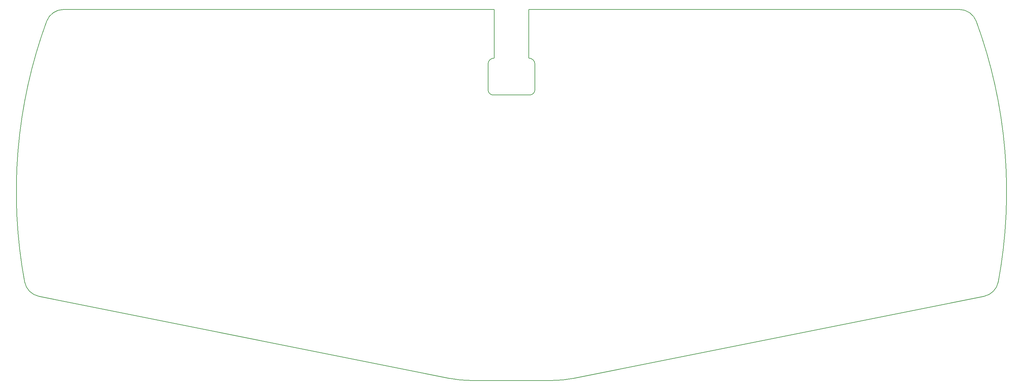
<source format=gbr>
%TF.GenerationSoftware,KiCad,Pcbnew,7.0.10*%
%TF.CreationDate,2025-01-07T08:37:08+09:00*%
%TF.ProjectId,editor,65646974-6f72-42e6-9b69-6361645f7063,rev?*%
%TF.SameCoordinates,Original*%
%TF.FileFunction,Profile,NP*%
%FSLAX46Y46*%
G04 Gerber Fmt 4.6, Leading zero omitted, Abs format (unit mm)*
G04 Created by KiCad (PCBNEW 7.0.10) date 2025-01-07 08:37:08*
%MOMM*%
%LPD*%
G01*
G04 APERTURE LIST*
%TA.AperFunction,Profile*%
%ADD10C,0.150000*%
%TD*%
G04 APERTURE END LIST*
D10*
X145075000Y-50149623D02*
X25812803Y-50149623D01*
X21119166Y-53426319D02*
G75*
G03*
X15019956Y-125739623I128755834J-47273681D01*
G01*
X156375000Y-72400000D02*
X156375000Y-65344230D01*
X156374970Y-65344230D02*
G75*
G03*
X154675000Y-63644230I-1699970J30D01*
G01*
X144875000Y-73900031D02*
X154875000Y-73900032D01*
X280795510Y-129729566D02*
X167067208Y-152496009D01*
X280795515Y-129729592D02*
G75*
G03*
X284730043Y-125739623I-981415J4902692D01*
G01*
X143374969Y-72400000D02*
G75*
G03*
X144875000Y-73900031I1500031J0D01*
G01*
X154875000Y-73900100D02*
G75*
G03*
X156375000Y-72400000I-100J1500100D01*
G01*
X145075000Y-63644200D02*
G75*
G03*
X143375000Y-65344231I0J-1700000D01*
G01*
X284730044Y-125739623D02*
G75*
G03*
X278630834Y-53426319I-134855044J25039623D01*
G01*
X278630849Y-53426314D02*
G75*
G03*
X273937197Y-50149623I-4693549J-1723186D01*
G01*
X143375000Y-72400000D02*
X143375000Y-65344231D01*
X25812803Y-50149624D02*
G75*
G03*
X21119167Y-53426319I-3J-4999996D01*
G01*
X132680598Y-152496012D02*
G75*
G03*
X138569252Y-153079623I5888602J29416012D01*
G01*
X15019944Y-125739625D02*
G75*
G03*
X18955029Y-129730113I4916656J912925D01*
G01*
X145075000Y-50149623D02*
X145075000Y-63644231D01*
X161178555Y-153079627D02*
G75*
G03*
X167067208Y-152496009I45J29999327D01*
G01*
X154675000Y-50149623D02*
X273937197Y-50149623D01*
X154675000Y-50149623D02*
X154675000Y-63644230D01*
X138569252Y-153079623D02*
X161178555Y-153079623D01*
X132680599Y-152496009D02*
X18955029Y-129730113D01*
M02*

</source>
